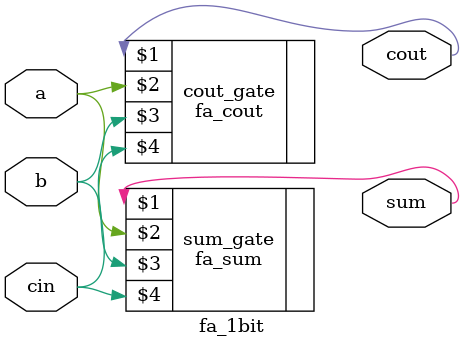
<source format=v>
module fa_1bit (sum, cout, a, b, cin);
	output sum, cout;
	input a, b, cin;

	fa_sum sum_gate (sum, a, b, cin);
	fa_cout cout_gate (cout, a, b, cin);

endmodule



</source>
